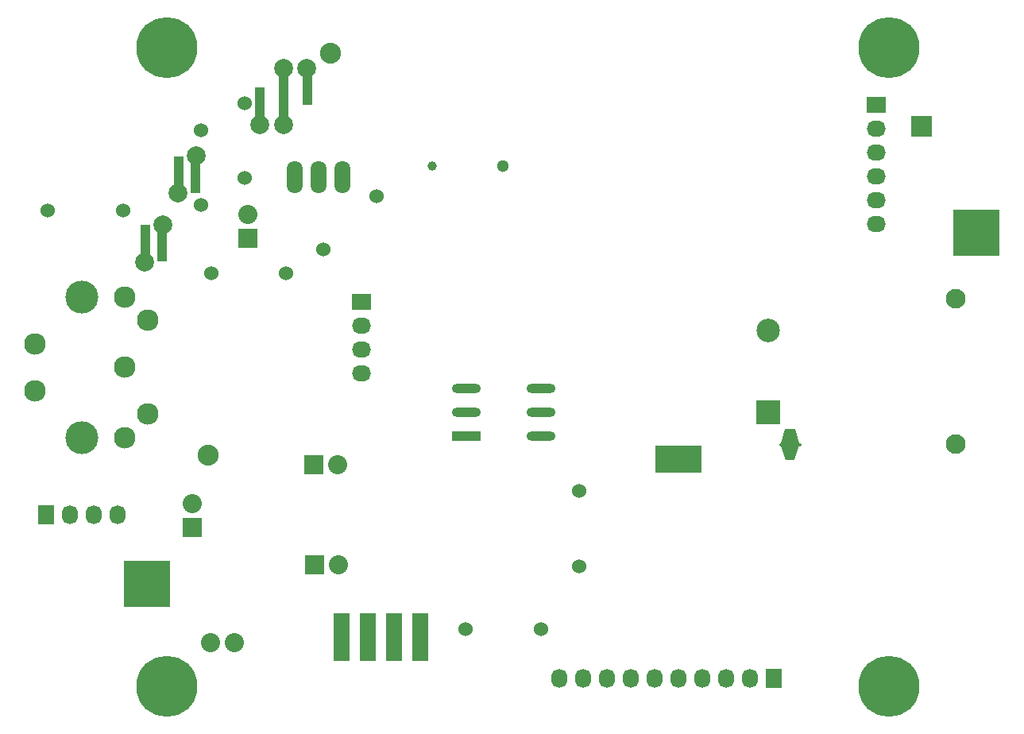
<source format=gbs>
G04 #@! TF.GenerationSoftware,KiCad,Pcbnew,(5.1.9-0-10_14)*
G04 #@! TF.CreationDate,2022-03-31T14:03:38-04:00*
G04 #@! TF.ProjectId,FlexFox80,466c6578-466f-4783-9830-2e6b69636164,1.10*
G04 #@! TF.SameCoordinates,Original*
G04 #@! TF.FileFunction,Soldermask,Bot*
G04 #@! TF.FilePolarity,Negative*
%FSLAX46Y46*%
G04 Gerber Fmt 4.6, Leading zero omitted, Abs format (unit mm)*
G04 Created by KiCad (PCBNEW (5.1.9-0-10_14)) date 2022-03-31 14:03:38*
%MOMM*%
%LPD*%
G01*
G04 APERTURE LIST*
%ADD10C,6.500000*%
%ADD11C,0.400000*%
%ADD12C,1.200000*%
%ADD13R,5.000000X3.000000*%
%ADD14R,5.000000X5.000000*%
%ADD15C,1.300000*%
%ADD16C,1.000000*%
%ADD17C,2.500000*%
%ADD18R,2.500000X2.500000*%
%ADD19C,2.100000*%
%ADD20O,3.100000X1.000000*%
%ADD21R,3.100000X1.000000*%
%ADD22C,2.000000*%
%ADD23R,1.000000X4.000000*%
%ADD24C,1.524000*%
%ADD25C,0.600000*%
%ADD26C,2.235200*%
%ADD27O,1.699260X3.500120*%
%ADD28R,2.235200X2.235200*%
%ADD29R,1.000000X6.000000*%
%ADD30C,2.300000*%
%ADD31C,3.500000*%
%ADD32R,1.778000X5.080000*%
%ADD33R,2.032000X1.727200*%
%ADD34O,2.032000X1.727200*%
%ADD35R,2.032000X2.032000*%
%ADD36O,2.032000X2.032000*%
%ADD37R,1.727200X2.032000*%
%ADD38O,1.727200X2.032000*%
%ADD39C,2.032000*%
%ADD40C,0.100000*%
%ADD41C,0.254000*%
G04 APERTURE END LIST*
D10*
X110300000Y-104000000D03*
X33300000Y-104000000D03*
X33300000Y-36000000D03*
X110300000Y-36000000D03*
D11*
X87110000Y-79270000D03*
X87130000Y-80370000D03*
X86640000Y-79830000D03*
X88950000Y-79830000D03*
X88960000Y-80370000D03*
X88480000Y-80380000D03*
X88950000Y-79270000D03*
D12*
X87800000Y-79820000D03*
D11*
X88470000Y-79280000D03*
X86640000Y-79270000D03*
X86640000Y-80390000D03*
D13*
X87800000Y-79830000D03*
D14*
X119590000Y-55690000D03*
D15*
X69120000Y-48600000D03*
D16*
X61620000Y-48600000D03*
D17*
X97390000Y-66085000D03*
D18*
X97390000Y-74845000D03*
D19*
X117390000Y-62715000D03*
X117390000Y-78215000D03*
D20*
X73210000Y-72320000D03*
X65270000Y-72320000D03*
X73210000Y-74860000D03*
X65270000Y-74860000D03*
X73210000Y-77400000D03*
D21*
X65270000Y-77400000D03*
D22*
X32864900Y-54810000D03*
X30921800Y-58810000D03*
D23*
X32776000Y-56810000D03*
X30998000Y-56810000D03*
D14*
X31180000Y-93150000D03*
D24*
X55666854Y-51783146D03*
X50010000Y-57440000D03*
D25*
X50010000Y-57440000D03*
X55666854Y-51783146D03*
D26*
X37750000Y-79420000D03*
D27*
X49500000Y-49790000D03*
X46960000Y-49790000D03*
X52040000Y-49790000D03*
D28*
X113710000Y-44380000D03*
D26*
X50790000Y-36520000D03*
D24*
X77260000Y-91240000D03*
X77260000Y-83240000D03*
D25*
X77260000Y-83240000D03*
X77260000Y-91240000D03*
D24*
X38020000Y-60020000D03*
X46020000Y-60020000D03*
D25*
X46020000Y-60020000D03*
X38020000Y-60020000D03*
D24*
X36930000Y-52760000D03*
X36930000Y-44760000D03*
D25*
X36930000Y-44760000D03*
X36930000Y-52760000D03*
D24*
X20650000Y-53290000D03*
X28650000Y-53290000D03*
D25*
X28650000Y-53290000D03*
X20650000Y-53290000D03*
D24*
X41580000Y-41880000D03*
X41580000Y-49880000D03*
D25*
X41580000Y-49880000D03*
X41580000Y-41880000D03*
D24*
X65150000Y-97910000D03*
X73150000Y-97910000D03*
D25*
X73150000Y-97910000D03*
X65150000Y-97910000D03*
D22*
X45740000Y-44150000D03*
X45740000Y-38150000D03*
X48240000Y-38150000D03*
X43240000Y-44150000D03*
D29*
X45740000Y-41150000D03*
D23*
X48280000Y-40134000D03*
X43200000Y-42166000D03*
D22*
X36464900Y-47490000D03*
X34521800Y-51490000D03*
D23*
X36376000Y-49490000D03*
X34598000Y-49490000D03*
D30*
X31280000Y-65020000D03*
D31*
X24280000Y-77520000D03*
D30*
X28830000Y-62520000D03*
X28830000Y-70020000D03*
X28830000Y-77520000D03*
X31280000Y-75020000D03*
D31*
X24280000Y-62520000D03*
D30*
X19280000Y-72520000D03*
X19280000Y-67520000D03*
D32*
X60351000Y-98770000D03*
X57557000Y-98770000D03*
X54763000Y-98770000D03*
X51969000Y-98770000D03*
D33*
X54020000Y-63060000D03*
D34*
X54020000Y-65600000D03*
X54020000Y-68140000D03*
X54020000Y-70680000D03*
D33*
X108920000Y-42090000D03*
D34*
X108920000Y-44630000D03*
X108920000Y-47170000D03*
X108920000Y-49710000D03*
X108920000Y-52250000D03*
X108920000Y-54790000D03*
D35*
X41940000Y-56300000D03*
D36*
X41940000Y-53760000D03*
D37*
X98020000Y-103200000D03*
D38*
X95480000Y-103200000D03*
X92940000Y-103200000D03*
X90400000Y-103200000D03*
X87860000Y-103200000D03*
X85320000Y-103200000D03*
X82780000Y-103200000D03*
X80240000Y-103200000D03*
X77700000Y-103200000D03*
X75160000Y-103200000D03*
D37*
X20480000Y-85720000D03*
D38*
X23020000Y-85720000D03*
X25560000Y-85720000D03*
X28100000Y-85720000D03*
D36*
X36060000Y-84560000D03*
D35*
X36060000Y-87100000D03*
X49030000Y-91090000D03*
D36*
X51570000Y-91090000D03*
D35*
X48940000Y-80420000D03*
D36*
X51480000Y-80420000D03*
D39*
X37960000Y-99350000D03*
D36*
X40500000Y-99350000D03*
D40*
G36*
X98729430Y-78415430D02*
G01*
X100730570Y-78415430D01*
X100230570Y-79916570D01*
X99229430Y-79916570D01*
X98729430Y-78415430D01*
G37*
G36*
X100742000Y-78096000D02*
G01*
X98718000Y-78096000D01*
X99218000Y-76572000D01*
X100242000Y-76572000D01*
X100742000Y-78096000D01*
G37*
D41*
X100823000Y-78283000D02*
X98637000Y-78283000D01*
X98637000Y-78217000D01*
X100823000Y-78217000D01*
X100823000Y-78283000D01*
D40*
G36*
X100823000Y-78283000D02*
G01*
X98637000Y-78283000D01*
X98637000Y-78217000D01*
X100823000Y-78217000D01*
X100823000Y-78283000D01*
G37*
M02*

</source>
